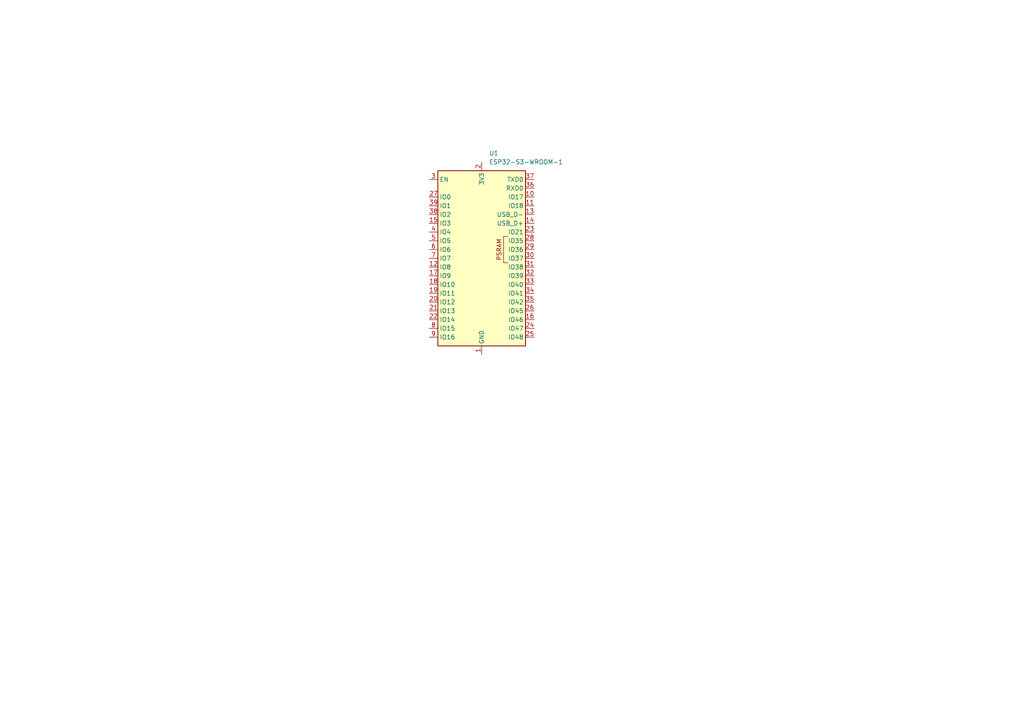
<source format=kicad_sch>
(kicad_sch (version 20250114) (generator "eeschema") (generator_version "9.0")
  (paper "A4")
  (lib_symbols
    (symbol "RF_Module:ESP32-S3-WROOM-1"
      (property "Reference" "U" (at -12.7 26.67 0))
      (property "Value" "ESP32-S3-WROOM-1" (at 12.7 26.67 0))
      (symbol "ESP32-S3-WROOM-1_0_0"
        (rectangle (start -12.7 25.4) (end 12.7 -25.4) (stroke (width 0.254)) (fill (type background)))
        (text "PSRAM" (at 5.08 2.54 900) (effects (font (size 1.27 1.27))))
      )
      (symbol "ESP32-S3-WROOM-1_0_1"
        (polyline (pts (xy 7.62 -1.27) (xy 6.35 -1.27) (xy 6.35 6.35) (xy 7.62 6.35)))
      )
      (symbol "ESP32-S3-WROOM-1_1_1"
        (pin input line (at -15.24 22.86 0) (length 2.54) (name "EN") (number "3"))
        (pin bidirectional line (at -15.24 17.78 0) (length 2.54) (name "IO0") (number "27"))
        (pin bidirectional line (at -15.24 15.24 0) (length 2.54) (name "IO1") (number "39"))
        (pin bidirectional line (at -15.24 12.7 0) (length 2.54) (name "IO2") (number "38"))
        (pin bidirectional line (at -15.24 10.16 0) (length 2.54) (name "IO3") (number "15"))
        (pin bidirectional line (at -15.24 7.62 0) (length 2.54) (name "IO4") (number "4"))
        (pin bidirectional line (at -15.24 5.08 0) (length 2.54) (name "IO5") (number "5"))
        (pin bidirectional line (at -15.24 2.54 0) (length 2.54) (name "IO6") (number "6"))
        (pin bidirectional line (at -15.24 0 0) (length 2.54) (name "IO7") (number "7"))
        (pin bidirectional line (at -15.24 -2.54 0) (length 2.54) (name "IO8") (number "12"))
        (pin bidirectional line (at -15.24 -5.08 0) (length 2.54) (name "IO9") (number "17"))
        (pin bidirectional line (at -15.24 -7.62 0) (length 2.54) (name "IO10") (number "18"))
        (pin bidirectional line (at -15.24 -10.16 0) (length 2.54) (name "IO11") (number "19"))
        (pin bidirectional line (at -15.24 -12.7 0) (length 2.54) (name "IO12") (number "20"))
        (pin bidirectional line (at -15.24 -15.24 0) (length 2.54) (name "IO13") (number "21"))
        (pin bidirectional line (at -15.24 -17.78 0) (length 2.54) (name "IO14") (number "22"))
        (pin bidirectional line (at -15.24 -20.32 0) (length 2.54) (name "IO15") (number "8"))
        (pin bidirectional line (at -15.24 -22.86 0) (length 2.54) (name "IO16") (number "9"))
        (pin power_in line (at 0 27.94 270) (length 2.54) (name "3V3") (number "2"))
        (pin power_in line (at 0 -27.94 90) (length 2.54) (name "GND") (number "1"))
        (pin passive line (at 0 -27.94 90) (length 2.54) (hide yes) (name "GND") (number "40"))
        (pin passive line (at 0 -27.94 90) (length 2.54) (hide yes) (name "GND") (number "41"))
        (pin bidirectional line (at 15.24 22.86 180) (length 2.54) (name "TXD0") (number "37"))
        (pin bidirectional line (at 15.24 20.32 180) (length 2.54) (name "RXD0") (number "36"))
        (pin bidirectional line (at 15.24 17.78 180) (length 2.54) (name "IO17") (number "10"))
        (pin bidirectional line (at 15.24 15.24 180) (length 2.54) (name "IO18") (number "11"))
        (pin bidirectional line (at 15.24 12.7 180) (length 2.54) (name "USB_D-") (number "13"))
        (pin bidirectional line (at 15.24 10.16 180) (length 2.54) (name "USB_D+") (number "14"))
        (pin bidirectional line (at 15.24 7.62 180) (length 2.54) (name "IO21") (number "23"))
        (pin bidirectional line (at 15.24 5.08 180) (length 2.54) (name "IO35") (number "28"))
        (pin bidirectional line (at 15.24 2.54 180) (length 2.54) (name "IO36") (number "29"))
        (pin bidirectional line (at 15.24 0 180) (length 2.54) (name "IO37") (number "30"))
        (pin bidirectional line (at 15.24 -2.54 180) (length 2.54) (name "IO38") (number "31"))
        (pin bidirectional line (at 15.24 -5.08 180) (length 2.54) (name "IO39") (number "32"))
        (pin bidirectional line (at 15.24 -7.62 180) (length 2.54) (name "IO40") (number "33"))
        (pin bidirectional line (at 15.24 -10.16 180) (length 2.54) (name "IO41") (number "34"))
        (pin bidirectional line (at 15.24 -12.7 180) (length 2.54) (name "IO42") (number "35"))
        (pin bidirectional line (at 15.24 -15.24 180) (length 2.54) (name "IO45") (number "26"))
        (pin bidirectional line (at 15.24 -17.78 180) (length 2.54) (name "IO46") (number "16"))
        (pin bidirectional line (at 15.24 -20.32 180) (length 2.54) (name "IO47") (number "24"))
        (pin bidirectional line (at 15.24 -22.86 180) (length 2.54) (name "IO48") (number "25"))
      )
    )
  )
  (symbol (lib_id "RF_Module:ESP32-S3-WROOM-1") (at 139.7 74.93 0) (unit 1)
    (property "Reference" "U1" (at 141.8433 44.45 0) (effects (justify left)))
    (property "Value" "ESP32-S3-WROOM-1" (at 141.8433 46.99 0) (effects (justify left)))
    (property "Footprint" "RF_Module:ESP32-S3-WROOM-1" (effects (hide yes)))
    (property "Datasheet" "https://www.espressif.com/sites/default/files/documentation/esp32-s3-wroom-1_wroom-1u_datasheet_en.pdf" (effects (hide yes)))
    (property "Description" "RF Module, ESP32-S3 SoC, Wi-Fi 802.11b/g/n, Bluetooth, BLE, 32-bit, 3.3V, onboard antenna, SMD" (effects (hide yes)))
  )
)
</source>
